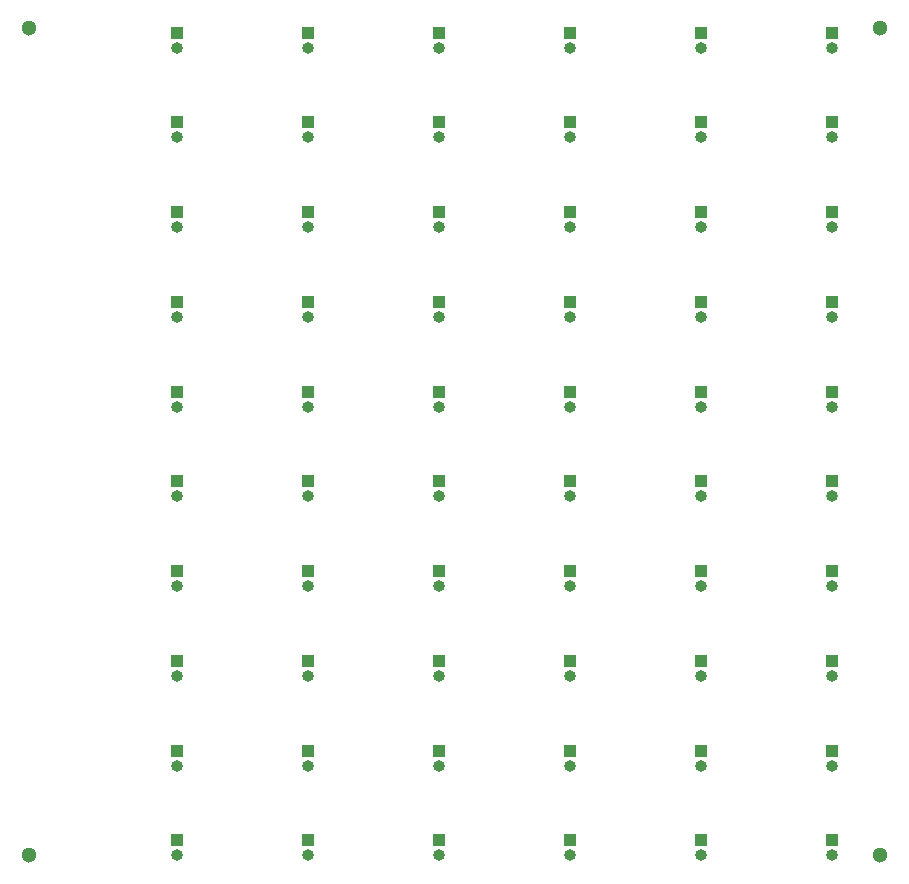
<source format=gbr>
%TF.GenerationSoftware,KiCad,Pcbnew,6.0.10-86aedd382b~118~ubuntu20.04.1*%
%TF.CreationDate,2023-01-07T17:55:22-08:00*%
%TF.ProjectId,coil_terminator_panelized,636f696c-5f74-4657-926d-696e61746f72,rev?*%
%TF.SameCoordinates,Original*%
%TF.FileFunction,Soldermask,Bot*%
%TF.FilePolarity,Negative*%
%FSLAX46Y46*%
G04 Gerber Fmt 4.6, Leading zero omitted, Abs format (unit mm)*
G04 Created by KiCad (PCBNEW 6.0.10-86aedd382b~118~ubuntu20.04.1) date 2023-01-07 17:55:22*
%MOMM*%
%LPD*%
G01*
G04 APERTURE LIST*
%ADD10C,1.300000*%
%ADD11R,1.000000X1.000000*%
%ADD12O,1.000000X1.000000*%
G04 APERTURE END LIST*
D10*
%TO.C,REF\u002A\u002A*%
X104000000Y-110000000D03*
%TD*%
%TO.C,REF\u002A\u002A*%
X176000000Y-110000000D03*
%TD*%
%TO.C,REF\u002A\u002A*%
X176000000Y-180000000D03*
%TD*%
%TO.C,REF\u002A\u002A*%
X104000000Y-180000000D03*
%TD*%
D11*
%TO.C,J2*%
X116500000Y-110350000D03*
D12*
X116500000Y-111620000D03*
%TD*%
D11*
%TO.C,J2*%
X116500000Y-117950000D03*
D12*
X116500000Y-119220000D03*
%TD*%
D11*
%TO.C,J2*%
X116500000Y-125550000D03*
D12*
X116500000Y-126820000D03*
%TD*%
D11*
%TO.C,J2*%
X116500000Y-133150000D03*
D12*
X116500000Y-134420000D03*
%TD*%
D11*
%TO.C,J2*%
X116500000Y-140750000D03*
D12*
X116500000Y-142020000D03*
%TD*%
D11*
%TO.C,J2*%
X116500000Y-148350000D03*
D12*
X116500000Y-149620000D03*
%TD*%
D11*
%TO.C,J2*%
X116500000Y-155950000D03*
D12*
X116500000Y-157220000D03*
%TD*%
D11*
%TO.C,J2*%
X116500000Y-163550000D03*
D12*
X116500000Y-164820000D03*
%TD*%
D11*
%TO.C,J2*%
X116500000Y-171150000D03*
D12*
X116500000Y-172420000D03*
%TD*%
D11*
%TO.C,J2*%
X116500000Y-178750000D03*
D12*
X116500000Y-180020000D03*
%TD*%
D11*
%TO.C,J2*%
X127600000Y-110350000D03*
D12*
X127600000Y-111620000D03*
%TD*%
D11*
%TO.C,J2*%
X127600000Y-117950000D03*
D12*
X127600000Y-119220000D03*
%TD*%
D11*
%TO.C,J2*%
X127600000Y-125550000D03*
D12*
X127600000Y-126820000D03*
%TD*%
D11*
%TO.C,J2*%
X127600000Y-133150000D03*
D12*
X127600000Y-134420000D03*
%TD*%
D11*
%TO.C,J2*%
X127600000Y-140750000D03*
D12*
X127600000Y-142020000D03*
%TD*%
D11*
%TO.C,J2*%
X127600000Y-148350000D03*
D12*
X127600000Y-149620000D03*
%TD*%
D11*
%TO.C,J2*%
X127600000Y-155950000D03*
D12*
X127600000Y-157220000D03*
%TD*%
D11*
%TO.C,J2*%
X127600000Y-163550000D03*
D12*
X127600000Y-164820000D03*
%TD*%
D11*
%TO.C,J2*%
X127600000Y-171150000D03*
D12*
X127600000Y-172420000D03*
%TD*%
D11*
%TO.C,J2*%
X127600000Y-178750000D03*
D12*
X127600000Y-180020000D03*
%TD*%
D11*
%TO.C,J2*%
X138700000Y-110350000D03*
D12*
X138700000Y-111620000D03*
%TD*%
D11*
%TO.C,J2*%
X138700000Y-117950000D03*
D12*
X138700000Y-119220000D03*
%TD*%
D11*
%TO.C,J2*%
X138700000Y-125550000D03*
D12*
X138700000Y-126820000D03*
%TD*%
D11*
%TO.C,J2*%
X138700000Y-133150000D03*
D12*
X138700000Y-134420000D03*
%TD*%
D11*
%TO.C,J2*%
X138700000Y-140750000D03*
D12*
X138700000Y-142020000D03*
%TD*%
D11*
%TO.C,J2*%
X138700000Y-148350000D03*
D12*
X138700000Y-149620000D03*
%TD*%
D11*
%TO.C,J2*%
X138700000Y-155950000D03*
D12*
X138700000Y-157220000D03*
%TD*%
D11*
%TO.C,J2*%
X138700000Y-163550000D03*
D12*
X138700000Y-164820000D03*
%TD*%
D11*
%TO.C,J2*%
X138700000Y-171150000D03*
D12*
X138700000Y-172420000D03*
%TD*%
D11*
%TO.C,J2*%
X138700000Y-178750000D03*
D12*
X138700000Y-180020000D03*
%TD*%
D11*
%TO.C,J2*%
X149800000Y-110350000D03*
D12*
X149800000Y-111620000D03*
%TD*%
D11*
%TO.C,J2*%
X149800000Y-117950000D03*
D12*
X149800000Y-119220000D03*
%TD*%
D11*
%TO.C,J2*%
X149800000Y-125550000D03*
D12*
X149800000Y-126820000D03*
%TD*%
D11*
%TO.C,J2*%
X149800000Y-133150000D03*
D12*
X149800000Y-134420000D03*
%TD*%
D11*
%TO.C,J2*%
X149800000Y-140750000D03*
D12*
X149800000Y-142020000D03*
%TD*%
D11*
%TO.C,J2*%
X149800000Y-148350000D03*
D12*
X149800000Y-149620000D03*
%TD*%
D11*
%TO.C,J2*%
X149800000Y-155950000D03*
D12*
X149800000Y-157220000D03*
%TD*%
D11*
%TO.C,J2*%
X149800000Y-163550000D03*
D12*
X149800000Y-164820000D03*
%TD*%
D11*
%TO.C,J2*%
X149800000Y-171150000D03*
D12*
X149800000Y-172420000D03*
%TD*%
D11*
%TO.C,J2*%
X149800000Y-178750000D03*
D12*
X149800000Y-180020000D03*
%TD*%
D11*
%TO.C,J2*%
X160900000Y-110350000D03*
D12*
X160900000Y-111620000D03*
%TD*%
D11*
%TO.C,J2*%
X160900000Y-117950000D03*
D12*
X160900000Y-119220000D03*
%TD*%
D11*
%TO.C,J2*%
X160900000Y-125550000D03*
D12*
X160900000Y-126820000D03*
%TD*%
D11*
%TO.C,J2*%
X160900000Y-133150000D03*
D12*
X160900000Y-134420000D03*
%TD*%
D11*
%TO.C,J2*%
X160900000Y-140750000D03*
D12*
X160900000Y-142020000D03*
%TD*%
D11*
%TO.C,J2*%
X160900000Y-148350000D03*
D12*
X160900000Y-149620000D03*
%TD*%
D11*
%TO.C,J2*%
X160900000Y-155950000D03*
D12*
X160900000Y-157220000D03*
%TD*%
D11*
%TO.C,J2*%
X160900000Y-163550000D03*
D12*
X160900000Y-164820000D03*
%TD*%
D11*
%TO.C,J2*%
X160900000Y-171150000D03*
D12*
X160900000Y-172420000D03*
%TD*%
D11*
%TO.C,J2*%
X160900000Y-178750000D03*
D12*
X160900000Y-180020000D03*
%TD*%
D11*
%TO.C,J2*%
X172000000Y-110350000D03*
D12*
X172000000Y-111620000D03*
%TD*%
D11*
%TO.C,J2*%
X172000000Y-117950000D03*
D12*
X172000000Y-119220000D03*
%TD*%
D11*
%TO.C,J2*%
X172000000Y-125550000D03*
D12*
X172000000Y-126820000D03*
%TD*%
D11*
%TO.C,J2*%
X172000000Y-133150000D03*
D12*
X172000000Y-134420000D03*
%TD*%
D11*
%TO.C,J2*%
X172000000Y-140750000D03*
D12*
X172000000Y-142020000D03*
%TD*%
D11*
%TO.C,J2*%
X172000000Y-148350000D03*
D12*
X172000000Y-149620000D03*
%TD*%
D11*
%TO.C,J2*%
X172000000Y-155950000D03*
D12*
X172000000Y-157220000D03*
%TD*%
D11*
%TO.C,J2*%
X172000000Y-163550000D03*
D12*
X172000000Y-164820000D03*
%TD*%
D11*
%TO.C,J2*%
X172000000Y-171150000D03*
D12*
X172000000Y-172420000D03*
%TD*%
D11*
%TO.C,J2*%
X172000000Y-178750000D03*
D12*
X172000000Y-180020000D03*
%TD*%
M02*

</source>
